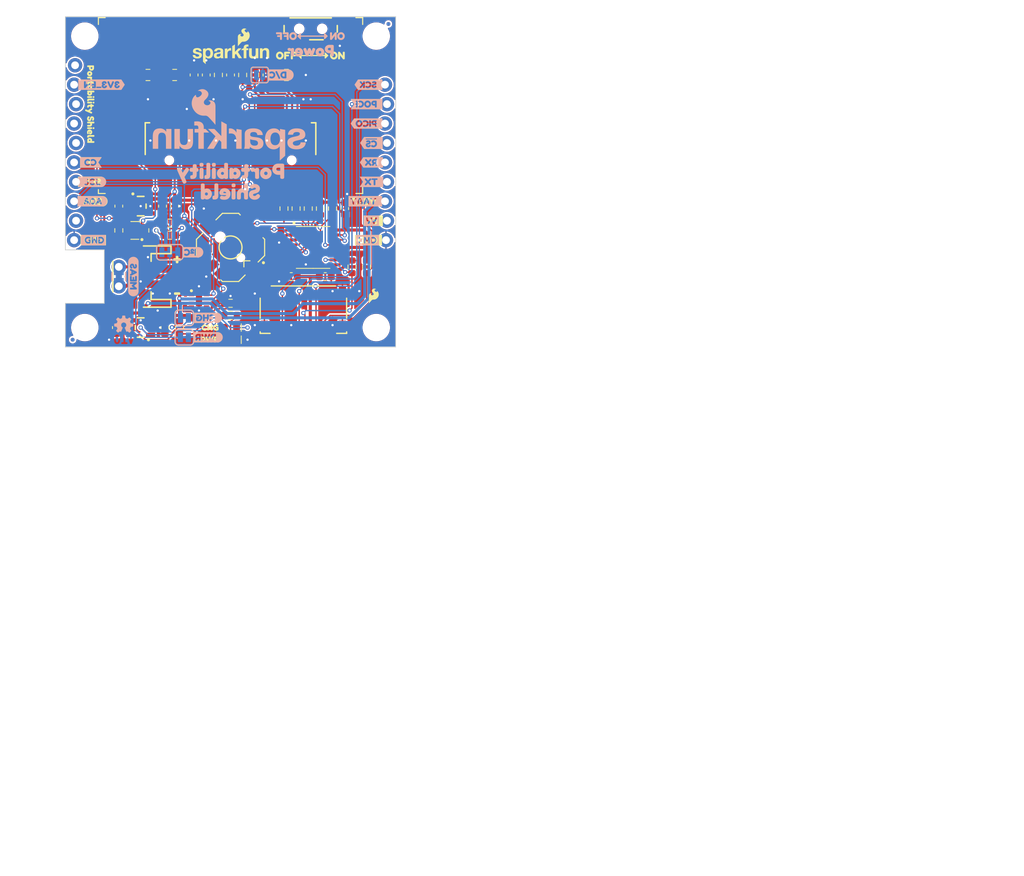
<source format=kicad_pcb>
(kicad_pcb (version 20240108) (generator "pcbnew") (generator_version "8.0")
  (title_block (title "SparkFun Portability Shield") (date "2024-09-25") (comment 1 "Designed by: N. Seidle"))
  (layers (0 "F.Cu" signal) (31 "B.Cu" jumper) (34 "B.Paste" user) (35 "F.Paste" user) (36 "B.SilkS" user "B.Silkscreen") (37 "F.SilkS" user "F.Silkscreen") (38 "B.Mask" user) (39 "F.Mask" user) (44 "Edge.Cuts" user))
  (net 0 "")
  (net 1 "GND")
  (net 2 "VBATT")
  (net 3 "3.3V_P")
  (net 4 "SD_CD")
  (net 5 "5V")
  (net 6 "Net-(D1-A)")
  (net 7 "Net-(U5-C1P)")
  (net 8 "Net-(U5-C1N)")
  (net 9 "Net-(U5-VCOMH)")
  (net 10 "SCL")
  (net 11 "SDA")
  (net 12 "3V3_EN")
  (net 13 "Net-(U5-C2N)")
  (net 14 "Net-(D1-K)")
  (net 19 "Net-(JP1-A)")
  (net 20 "Net-(U5-C2P)")
  (net 21 "Net-(U3-PROG)")
  (net 22 "Net-(U5-VCC)")
  (net 24 "Net-(JP2-B)")
  (net 25 "Net-(U5-IREF)")
  (net 26 "SHLD_~{CS}")
  (net 27 "SHLD_SCK")
  (net 28 "SHLD_POCI")
  (net 29 "SHLD_PICO")
  (net 30 "OLED_~{RESET}")
  (net 31 "SW_Down")
  (net 32 "SW_Up")
  (net 33 "SW_Right")
  (net 34 "SW_Left")
  (net 35 "SW_Center")
  (net 36 "GPIO_~{INT}")
  (net 41 "Net-(D3-A)")
  (net 42 "Net-(JP3-A)")
  (net 44 "Net-(JP4-B)")
  (net 45 "Net-(JP4-A)")
  (net 46 "Net-(U7-~{ON})")
  (net 47 "Net-(J3-+)")
  (footprint "kibuzzard-66F083B5" (layer "F.Cu") (at 154.129893 116.499038)
    (property "Reference" "kibuzzard-66F083B5" (hide yes))
    (property "Value" "G***" (hide yes))
  )
  (footprint "SparkFun-Semiconductor-Standard:SOT-583-8" (layer "F.Cu") (at 144.4625 102.235 180)
    (property "Reference" "U7")
    (property "Value" "LM66200")
  )
  (footprint "kibuzzard-66F080CC" (layer "F.Cu") (at 175.514 100.965)
    (property "Reference" "kibuzzard-66F080CC" (hide yes))
    (property "Value" "G***" (hide yes))
  )
  (footprint "kibuzzard-67140B31" (layer "F.Cu") (at 164.1475 79.375)
    (property "Reference" "kibuzzard-67140B31" (hide yes))
    (property "Value" "G***" (hide yes))
  )
  (footprint "SparkFun-Aesthetic:Fiducial_0.5mm_Mask1mm" (layer "F.Cu") (at 136.2075 116.5225 90)
    (property "Reference" "FID3")
    (property "Value" "Fiducial_0.5mm")
  )
  (footprint "SparkFun-Resistor:R_0603_1608Metric" (layer "F.Cu") (at 156.845 111.76 180)
    (property "Reference" "R3")
    (property "Value" "2.0k")
  )
  (footprint "SparkFun-Capacitor:C_0603_1608Metric" (layer "F.Cu") (at 141.9225 114.935 -90)
    (property "Reference" "C5")
    (property "Value" "4.7uF")
  )
  (footprint "SparkFun-Resistor:R_0603_1608Metric" (layer "F.Cu") (at 165.4175 99.3775 90)
    (property "Reference" "R8")
    (property "Value" "10k")
  )
  (footprint "SparkFun-Connector:microSD_Friction_Fit_Common" (layer "F.Cu") (at 166.37 112.395)
    (property "Reference" "J1")
    (property "Value" "microSD_Friction")
  )
  (footprint "SparkFun-Hardware:Standoff" (layer "F.Cu") (at 175.895 76.835 90)
    (property "Reference" "ST2")
    (property "Value" "Standoff")
  )
  (footprint "SparkFun-LED:LED_0603_1608Metric_Red" (layer "F.Cu") (at 156.845 116.5225 180)
    (property "Reference" "D3")
    (property "Value" "Red")
  )
  (footprint "SparkFun-Connector:JST_SMD_2.0mm-2" (layer "F.Cu") (at 144.4625 108.2675 90)
    (property "Reference" "J3")
    (property "Value" "JST_2mm_LiPo")
  )
  (footprint "kibuzzard-67140B1C" (layer "F.Cu") (at 170.815 79.375)
    (property "Reference" "kibuzzard-67140B1C" (hide yes))
    (property "Value" "G***" (hide yes))
  )
  (footprint "SparkFun-Capacitor:C_0805_2012Metric" (layer "F.Cu") (at 164.1475 81.915)
    (property "Reference" "C15")
    (property "Value" "2.2uF")
  )
  (footprint "SparkFun-Resistor:R_0603_1608Metric" (layer "F.Cu") (at 174.625 106.9975 -90)
    (property "Reference" "R5")
    (property "Value" "10k")
  )
  (footprint "kibuzzard-66F0833D" (layer "F.Cu") (at 149.86 110.49)
    (property "Reference" "kibuzzard-66F0833D" (hide yes))
    (property "Value" "G***" (hide yes))
  )
  (footprint "kibuzzard-66F080F8" (layer "F.Cu") (at 138.83672 98.425)
    (property "Reference" "kibuzzard-66F080F8" (hide yes))
    (property "Value" "G***" (hide yes))
  )
  (footprint "SparkFun-Resistor:R_0603_1608Metric" (layer "F.Cu") (at 158.4325 81.915 -90)
    (property "Reference" "R2")
    (property "Value" "10k")
  )
  (footprint "kibuzzard-66F080D6" (layer "F.Cu") (at 174.879 103.505)
    (property "Reference" "kibuzzard-66F080D6" (hide yes))
    (property "Value" "G***" (hide yes))
  )
  (footprint "kibuzzard-66F080E9" (layer "F.Cu") (at 138.70972 95.885)
    (property "Reference" "kibuzzard-66F080E9" (hide yes))
    (property "Value" "G***" (hide yes))
  )
  (footprint "SparkFun-LED:LED_0603_1608Metric_Yellow" (layer "F.Cu") (at 156.845 114.935 180)
    (property "Reference" "D1")
    (property "Value" "Yellow")
  )
  (footprint "SparkFun-Resistor:R_0603_1608Metric" (layer "F.Cu") (at 150.1775 114.935 90)
    (property "Reference" "R4")
    (property "Value" "1k")
  )
  (footprint "SparkFun-Semiconductor-Standard:TSSOP-16_4.4x5mm_P0.65mm" (layer "F.Cu") (at 167.64 104.4575)
    (property "Reference" "U4")
    (property "Value" "PCA9554PW")
  )
  (footprint "SparkFun-Capacitor:C_0603_1608Metric" (layer "F.Cu") (at 164.7825 108.2675 180)
    (property "Reference" "C2")
    (property "Value" "0.1uF")
  )
  (footprint "SparkFun-Switch:Slide_SPST_SMD_6.7x2.6mm" (layer "F.Cu") (at 167.3225 75.8825)
    (property "Reference" "SW1")
    (property "Value" "SPDT_Slide_SMD_6.7x2.6mm")
  )
  (footprint "SparkFun-Resistor:R_0603_1608Metric" (layer "F.Cu") (at 146.685 102.235 90)
    (property "Reference" "R17")
    (property "Value" "100k")
  )
  (footprint "SparkFun-Aesthetic:Fiducial_0.5mm_Mask1mm" (layer "F.Cu") (at 177.4825 75.2475 90)
    (property "Reference" "FID4")
    (property "Value" "Fiducial_0.5mm")
  )
  (footprint "SparkFun-Resistor:R_0603_1608Metric" (layer "F.Cu") (at 142.24 102.235 90)
    (property "Reference" "R13")
    (property "Value" "100k")
  )
  (footprint "kibuzzard-673B98BA" (layer "F.Cu") (at 174.46625 98.425)
    (property "Reference" "kibuzzard-673B98BA" (hide yes))
    (property "Value" "G***" (hide yes))
  )
  (footprint "SparkFun-Resistor:R_0603_1608Metric" (layer "F.Cu") (at 170.18 99.3775 90)
    (property "Reference" "R12")
    (property "Value" "10k")
  )
  (footprint "SparkFun-Switch:Navigation_SMD_7.5x7.5mm" (layer "F.Cu") (at 156.845 104.4575)
    (property "Reference" "SW2")
    (property "Value" "Nav Switch")
  )
  (footprint "SparkFun-Semiconductor-Standard:SOT23-5" (layer "F.Cu") (at 145.0975 99.06)
    (property "Reference" "U1")
    (property "Value" "AP2112K-3.3")
  )
  (footprint "SparkFun-Aesthetic:SparkFun_Flame_2mm" (layer "F.Cu") (at 175.5775 110.8075)
    (property "Reference" "G***" (hide yes))
    (property "Value" "Flame" (hide yes))
  )
  (footprint "kibuzzard-66F4A59B" (layer "F.Cu") (at 138.58875 93.345)
    (property "Reference" "kibuzzard-66F4A59B" (hide yes))
    (property "Value" "G***" (hide yes))
  )
  (footprint "SparkFun-Resistor:R_0603_1608Metric" (layer "F.Cu") (at 155.2575 81.915 90)
    (property "Reference" "R1")
    (property "Value" "10k")
  )
  (footprint "SparkFun-Hardware:Standoff" (layer "F.Cu") (at 137.795 76.835 90)
    (property "Reference" "ST1")
    (property "Value" "Standoff")
  )
  (footprint "SparkFun-Semiconductor-Standard:SOT23-5" (layer "F.Cu") (at 145.0975 114.935 180)
    (property "Reference" "U3")
    (property "Value" "MCP73831")
  )
  (footprint "SparkFun-Semiconductor-Standard:DFN-8" (layer "F.Cu") (at 152.7175 111.4425)
    (property "Reference" "U2")
    (property "Value" "MAX17048")
  )
  (footprint "SparkFun-Capacitor:C_0603_1608Metric" (layer "F.Cu") (at 148.2725 114.935 -90)
    (property "Reference" "C4")
    (property "Value" "4.7uF")
  )
  (footprint "SparkFun-Resistor:R_0603_1608Metric" (layer "F.Cu") (at 156.845 113.3475)
    (property "Reference" "R14")
    (property "Value" "1k")
  )
  (footprint "SparkFun-Capacitor:C_0603_1608Metric" (layer "F.Cu") (at 152.0825 81.915 90)
    (property "Reference" "C8")
    (property "Value" "1.0uF")
  )
  (footprint "SparkFun-Capacitor:C_0603_1608Metric" (layer "F.Cu") (at 147.955 99.06 -90)
    (property "Reference" "C10")
    (property "Value" "10uF")
  )
  (footprint "kibuzzard-66F08337" (layer "F.Cu") (at 149.86 106.045)
    (property "Reference" "kibuzzard-66F08337" (hide yes))
    (property "Value" "G***" (hide yes))
  )
  (footprint "SparkFun-Capacitor:C_0603_1608Metric" (layer "F.Cu") (at 153.67 81.915 90)
    (property "Reference" "C7")
    (property "Value" "1.0uF")
  )
  (footprint "SparkFun-Resistor:R_0603_1608Metric" (layer "F.Cu") (at 160.02 81.915 90)
    (property "Reference" "R7")
    (property "Value" "390k")
  )
  (footprint "SparkFun-Capacitor:C_0603_1608Metric" (layer "F.Cu") (at 171.7675 99.3775 90)
    (property "Reference" "C13")
    (property "Value" "0.1uF")
  )
  (footprint "kibuzzard-66F083BA" (layer "F.Cu") (at 154.178 114.935)
    (property "Reference" "kibuzzard-66F083BA" (hide yes))
    (property "Value" "G***" (hide yes))
  )
  (footprint "SparkFun-Capacitor:C_0603_1608Metric" (layer "F.Cu") (at 161.6075 81.915 90)
    (property "Reference" "C12")
    (property "Value" "4.7uF")
  )
  (footprint "SparkFun-Resistor:R_0603_1608Metric" (layer "F.Cu") (at 168.5925 99.3775 90)
    (property "Reference" "R11")
    (property "Value" "10k")
  )
  (footprint "SparkFun-Capacitor:C_0603_1608Metric" (layer "F.Cu") (at 142.24 99.06 -90)
    (property "Reference" "C9")
    (property "Value" "0.1uF")
  )
  (footprint "SparkFun-Capacitor:C_0603_1608Metric" (layer "F.Cu") (at 156.845 81.915 90)
    (property "Reference" "C6")
    (property "Value" "1.0uF")
  )
  (footprint "SparkFun-Resistor:R_0603_1608Metric" (layer "F.Cu") (at 148.9075 102.87)
    (property "Reference" "R15")
    (property "Value" "2.2k")
  )
  (footprint "SparkFun-Connector:1x09_Locking" (layer "F.Cu") (at 177.165 103.505 90)
    (property "Reference" "J4")
    (property "Value" "1x09")
  )
  (footprint "SparkFun-Resistor:R_0603_1608Metric" (layer "F.Cu") (at 148.9075 101.2825)
    (property "Reference" "R16")
    (property "Value" "2.2k")
  )
  (footprint "SparkFun-Capacitor:C_0805_2012Metric" (layer "F.Cu") (at 146.05 81.915)
    (property "Reference" "C14")
    (property "Value" "1.0uF")
  )
  (footprint "SparkFun-Resistor:R_0603_1608Metric" (layer "F.Cu") (at 172.72 106.9975 90)
    (property "Reference" "R6")
    (property "Value" "10k")
  )
  (footprint "SparkFun-Display:OLED-1.3-128X64-Folded" (layer "F.Cu") (at 156.845 87.3125)
    (property "Reference" "U5")
    (property "Value" "OLED_1.3\"")
  )
  (footprint "kibuzzard-66F083A9" (layer "F.Cu") (at 138.43 85.725 -90)
    (property "Reference" "kibuzzard-66F083A9" (hide yes))
    (property "Value" "G***" (hide yes))
  )
  (footprint "SparkFun-Capacitor:C_0603_1608Metric" (layer "F.Cu") (at 169.2275 108.2675)
    (property "Reference" "C1")
    (property "Value" "10uF")
  )
  (footprint "kibuzzard-673B9961" (layer "F.Cu") (at 138.90625 103.505)
    (property "Reference" "kibuzzard-673B9961" (hide yes))
    (property "Value" "G***" (hide yes))
  )
  (footprint "SparkFun-Aesthetic:SparkFun_Logo_10mm" (layer "F.Cu") (at 156.845 79.0575)
    (property "Reference" "G***" (hide yes))
    (property "Value" "LOGO" (hide yes))
  )
  (footprint "SparkFun-Capacitor:C_0603_1608Metric" (layer "F.Cu") (at 152.7175 113.665)
    (property "Reference" "C3")
    (property "Value" "0.1uF")
  )
  (footprint "SparkFun-Aesthetic:Creative_Commons_License" (layer "F.Cu") (at 213.6775 163.83)
    (property "Reference" "G1" (hide yes))
    (property "Value" "OSHW_Logo" (hide yes))
  )
  (footprint "SparkFun-Capacitor:C_0603_1608Metric" (layer "F.Cu") (at 149.5425 99.06 -90)
    (property "Reference" "C16")
    (property "Value" "0.1uF")
  )
  (footprint "SparkFun-Resistor:R_0603_1608Metric" (layer "F.Cu") (at 167.005 99.3775 90)
    (property "Reference" "R10")
    (property "Value" "10k")
  )
  (footprint "SparkFun-Hardware:Standoff" (layer "F.Cu") (at 137.795 114.935 90)
    (property "Reference" "ST3")
    (property "Value" "Standoff")
  )
  (footprint "SparkFun-Capacitor:C_0805_2012Metric" (layer "F.Cu") (at 149.5425 81.915)
    (property "Reference" "C11")
    (property "Value" "1.0uF")
  )
  (footprint "SparkFun-Resistor:R_0603_1608Metric" (layer "F.Cu") (at 163.83 99.3775 90)
    (property "Reference" "R9")
    (property "Value" "10k")
  )
  (footprint "SparkFun-Connector:1x10_Locking" (layer "F.Cu") (at 136.525 80.645 -90)
    (property "Reference" "J2")
    (property "Value" "1x10")
  )
  (footprint "SparkFun-Hardware:Standoff" (layer "F.Cu") (at 175.895 114.935 90)
    (property "Reference" "ST4")
    (property "Value" "Standoff")
  )
  (footprint "kibuzzard-66F08598" (layer "B.Cu") (at 175.26 95.885 180)
    (property "Reference" "kibuzzard-66F08598" (hide yes))
    (property "Value" "G***" (hide yes))
  )
  (footprint "SparkFun-Jumper:Jumper_3_NC-2_Trace" (layer "B.Cu") (at 148.9075 105.0925 180)
    (property "Reference" "JP4")
    (property "Value" "I²C")
  )
  (footprint "kibuzzard-66F08591" (layer "B.Cu") (at 175.26 90.805 180)
    (property "Reference" "kibuzzard-66F08591" (hide yes))
    (property "Value" "G***" (hide yes))
  )
  (footprint "kibuzzard-66F085B1" (layer "B.Cu") (at 139.97972 83.185 180)
    (property "Reference" "kibuzzard-66F085B1" (hide yes))
    (property "Value" "G***" (hide yes))
  )
  (footprint "kibuzzard-66F4A593" (layer "B.Cu") (at 138.58875 93.345 180)
    (property "Reference" "kibuzzard-66F4A593" (hide yes))
    (property "Value" "G***" (hide yes))
  )
  (footprint "SparkFun-Jumper:Jumper_2_PTH_SMD_Combo-NC" (layer "B.Cu") (at 142.24 108.2675 90)
    (property "Reference" "JP5")
    (property "Value" "MEAS")
  )
  (footprint "kibuzzard-67140B1C" (layer "B.Cu") (at 170.815 76.835 180)
    (property "Reference" "kibuzzard-67140B1C" (hide yes))
    (property "Value" "G***" (hide yes))
  )
  (footprint "kibuzzard-66F37954" (layer "B.Cu") (at 151.92375 105.0925 180)
    (property "Reference" "kibuzzard-66F37954" (hide yes))
    (property "Value" "G***" (hide yes))
  )
  (footprint "kibuzzard-673B9979" (layer "B.Cu") (at 138.90625 103.505 180)
    (property "Reference" "kibuzzard-673B9979" (hide yes))
    (property "Value" "G***" (hide yes))
  )
  (footprint "kibuzzard-66F08589" (layer "B.Cu") (at 174.625 88.265 180)
    (property "Reference" "kibuzzard-66F08589" (hide yes))
    (property "Value" "G***" (hide yes))
  )
  (footprint "kibuzzard-66F0824D" (layer "B.Cu") (at 156.845 97.155 180)
    (property "Reference" "kibuzzard-66F0824D" (hide yes))
    (property "Value" "G***" (hide yes))
  )
  (footprint "SparkFun-Aesthetic:Fiducial_0.5mm_Mask1mm" (layer "B.Cu") (at 136.2075 116.5225 -90)
    (property "Reference" "FID2")
    (property "Value" "Fiducial_0.5mm")
  )
  (footprint "SparkFun-Jumper:Jumper_2_NC_Trace" (layer "B.Cu") (at 150.8125 113.665 180)
    (property "Reference" "JP1")
    (property "Value" "CHG")
  )
  (footprint "kibuzzard-66F08559" (layer "B.Cu") (at 174.879 83.185 180)
    (property "Reference" "kibuzzard-66F08559" (hide yes))
    (property "Value" "G***" (hide yes))
  )
  (footprint "kibuzzard-66F08248" (layer "B.Cu") (at 156.845 94.77375 180)
    (property "Reference" "kibuzzard-66F08248" (hide yes))
    (property "Value" "G***" (hide yes))
  )
  (footprint "SparkFun-Aesthetic:Fiducial_0.5mm_Mask1mm" (layer "B.Cu") (at 177.4825 75.2475 -90)
    (property "Reference" "FID1")
    (property "Value" "Fiducial_0.5mm")
  )
  (footprint "SparkFun-Aesthetic:SparkFun_Logo_20mm" (layer "B.Cu") (at 157.00375 90.17 180)
    (property "Reference" "G***" (hide yes))
    (property "Value" "LOGO" (hide yes))
  )
  (footprint "kibuzzard-66F0B764" (layer "B.Cu") (at 163.4 81.915 180)
    (property "Reference" "kibuzzard-66F0B764" (hide yes))
    (property "Value" "G***" (hide yes))
  )
  (footprint "kibuzzard-66F0B716" (layer "B.Cu") (at 153.924 113.665 180)
    (property "Reference" "kibuzzard-66F0B716" (hide yes))
    (property "Value" "G***" (hide yes))
  )
  (footprint "kibuzzard-66CB37A9" (layer "B.Cu") (at 174.752 103.505 180)
    (property "Reference" "kibuzzard-66CB37A9" (hide yes))
    (property "Value" "G***" (hide yes))
  )
  (footprint "SparkFun-Aesthetic:OSHW_Logo_2.5mm" (layer "B.Cu") (at 142.875 114.6175 180)
    (property "Reference" "Ref**" (hide yes))
    (property "Value" "Val**" (hide yes))
  )
  (footprint "kibuzzard-673B9939" (layer "B.Cu") (at 174.46625 98.425 180)
    (property "Reference" "kibuzzard-673B9939" (hide yes))
    (property "Value" "G***" (hide yes))
  )
  (footprint "kibuzzard-66F08463" (layer "B.Cu") (at 138.77322 95.885 180)
    (property "Reference" "kibuzzard-66F08463" (hide yes))
    (property "Value" "G***" (hide yes))
  )
  (footprint "SparkFun-Jumper:Jumper_2_NC_Trace" (layer "B.Cu") (at 150.8125 116.205 180)
    (property "Reference" "JP3")
    (property "Value" "PWR")
  )
  (footprint "SparkFun-Jumper:Jumper_2_NO" (layer "B.Cu") (at 160.655 81.915 180)
    (property "Reference" "JP2")
    (property "Value" "D/C")
  )
  (footprint "kibuzzard-66F08561" (layer "B.Cu") (at 174.625 85.725 180)
    (property "Reference" "kibuzzard-66F08561" (hide yes))
    (property "Value" "G***" (hide yes))
  )
  (footprint "kibuzzard-67140B31" (layer "B.Cu") (at 164.1475 76.835 180)
    (property "Reference" "kibuzzard-67140B31" (hide yes))
    (property "Value" "G***" (hide yes))
  )
  (footprint "kibuzzard-673B999B" (layer "B.Cu") (at 144.145 108.2675 90)
    (property "Reference" "kibuzzard-673B999B" (hide yes))
    (property "Value" "G***" (hide yes))
  )
  (footprint "kibuzzard-67140CF9" (layer "B.Cu") (at 167.3225 78.74 180)
    (property "Reference" "kibuzzard-67140CF9" (hide yes))
    (property "Value" "G***" (hide yes))
  )
  (footprint "kibuzzard-66CAA9A5" (layer "B.Cu") (at 175.26 100.965 180)
    (property "Reference" "kibuzzard-66CAA9A5" (hide yes))
    (property "Value" "G***" (hide yes))
  )
  (footprint "kibuzzard-66F0844F" (layer "B.Cu") (at 138.77322 98.425 180)
    (property "Reference" "kibuzzard-66F0844F" (hide yes))
    (property "Value" "G***" (hide yes))
  )
  (footprint "kibuzzard-66F0853A" (layer "B.Cu") (at 175.26 93.345 180)
    (property "Reference" "kibuzzard-66F0853A" (hide yes))
    (property "Value" "G***" (hide yes))
  )
  (footprint "kibuzzard-66F0B700" (layer "B.Cu") (at 153.924 116.205 180)
    (property "Reference" "kibuzzard-66F0B700" (hide yes))
    (property "Value" "G***" (hide yes))
  )
  (gr_line (start 169.145142 76.835) (end 165.970142 76.835) (stroke (width 0.15)) (layer "B.SilkS"))
  (gr_poly (pts (xy 165.970142 76.5175) (xy 165.652642 76.835) (xy 165.970142 77.1525)) (stroke (width 0.15)) (fill solid) (layer "B.SilkS"))
  (gr_poly (pts (xy 169.462642 76.835) (xy 169.145142 76.5175) (xy 169.145142 77.1525)) (stroke (width 0.15)) (fill solid) (layer "B.SilkS"))
  (gr_line (start 174.117 96.52) (end 174.117 97.409) (stroke (width 0.15)) (layer "F.SilkS"))
  (gr_line (start 174.117 74.422) (end 174.117 75.311) (stroke (width 0.15)) (layer "F.SilkS"))
  (gr_line (start 140.462 97.409) (end 139.573 97.409) (stroke (width 0.15)) (layer "F.SilkS"))
  (gr_line (start 173.228 74.422) (end 174.117 74.422) (stroke (width 0.15)) (layer "F.SilkS"))
  (gr_line (start 174.117 97.409) (end 173.228 97.409) (stroke (width 0.15)) (layer "F.SilkS"))
  (gr_line (start 139.573 74.422) (end 140.462 74.422) (stroke (width 0.15)) (layer "F.SilkS"))
  (gr_line (start 139.573 97.409) (end 139.573 96.901) (stroke (width 0.15)) (layer "F.SilkS"))
  (gr_line (start 166.0525 79.375) (end 169.2275 79.375) (stroke (width 0.15)) (layer "F.SilkS"))
  (gr_line (start 139.573 75.311) (end 139.573 74.422) (stroke (width 0.15)) (layer "F.SilkS"))
  (gr_poly (pts (xy 165.735 79.375) (xy 166.0525 79.0575) (xy 166.0525 79.6925)) (stroke (width 0.15)) (fill solid) (layer "F.SilkS"))
  (gr_poly (pts (xy 169.2275 79.0575) (xy 169.545 79.375) (xy 169.2275 79.6925)) (stroke (width 0.15)) (fill solid) (layer "F.SilkS"))
  (gr_line (start 140.335 104.775) (end 135.255 104.775) (stroke (width 0.1)) (layer "Edge.Cuts"))
  (gr_line (start 140.335 111.76) (end 140.335 104.775) (stroke (width 0.1)) (layer "Edge.Cuts"))
  (gr_line (start 135.255 74.295) (end 178.435 74.295) (stroke (width 0.1)) (layer "Edge.Cuts"))
  (gr_line (start 135.255 104.775) (end 135.255 74.295) (stroke (width 0.1)) (layer "Edge.Cuts"))
  (gr_line (start 135.255 111.76) (end 140.335 111.76) (stroke (width 0.1)) (layer "Edge.Cuts"))
  (gr_line (start 178.435 117.475) (end 135.255 117.475) (stroke (width 0.1)) (layer "Edge.Cuts"))
  (gr_line (start 178.435 74.295) (end 178.435 117.475) (stroke (width 0.1)) (layer "Edge.Cuts"))
  (gr_line (start 135.255 117.475) (end 135.255 111.76) (stroke (width 0.1)) (layer "Edge.Cuts"))
  (gr_text "v10" (at 142.875 116.5225 0) (layer "B.Cu" knockout) (effects (font (size 1 1) (thickness 0.25) (bold yes)) (justify mirror)))
  (segment (start 152.7175 111.4425) (end 152.7175 109.5375) (width 0.4064) (layer "F.Cu") (net 1))
  (segment (start 154.783888 112.0775) (end 155.7025 112.0775) (width 0.254) (layer "F.Cu") (net 1))
  (segment (start 146.3976 114.935) (end 147.6375 114.935) (width 0.4064) (layer "F.Cu") (net 1))
  (segment (start 148.2725 115.57) (end 147.6375 114.935) (width 0.4064) (layer "F.Cu") (net 1))
  (segment (start 154.398888 111.6925) (end 154.783888 112.0775) (width 0.254) (layer "F.Cu") (net 1))
  (segment (start 152.9675 111.6925) (end 152.7175 111.4425) (width 0.254) (layer "F.Cu") (net 1))
  (segment (start 153.7075 111.6925) (end 154.398888 111.6925) (width 0.254) (layer "F.Cu") (net 1))
  (segment (start 148.2725 115.71) (end 148.2725 115.57) (width 0.4064) (layer "F.Cu") (net 1))
  (segment (start 155.7025 112.0775) (end 156.02 111.76) (width 0.254) (layer "F.Cu") (net 1))
  (segment (start 152.7175 111.4425) (end 152.7175 112.7125) (width 0.4064) (layer "F.Cu") (net 1))
  (segment (start 153.7075 111.6925) (end 152.9675 111.6925) (width 0.254) (layer "F.Cu") (net 1))
  (via (at 172.085 97.4725) (size 0.56) (drill 0.3) (layers "F.Cu" "B.Cu") (net 1))
  (via (at 148.9075 110.49) (size 0.56) (drill 0.3) (layers "F.Cu" "B.Cu") (net 1))
  (via (at 166.37 85.09) (size 0.56) (drill 0.3) (layers "F.Cu" "B.Cu") (net 1))
  (via (at 166.6875 106.68) (size 0.56) (drill 0.3) (layers "F.Cu" "B.Cu") (net 1))
  (via (at 173.6725 110.1725) (size 0.56) (drill 0.3) (layers "F.Cu" "B.Cu") (net 1))
  (via (at 152.0825 80.01) (size 0.56) (drill 0.3) (layers "F.Cu" "B.Cu") (net 1))
  (via (at 157.48 90.4875) (size 0.56) (drill 0.3) (layers "F.Cu" "B.Cu") (net 1))
  (via (at 161.6075 79.6925) (size 0.56) (drill 0.3) (layers "F.Cu" "B.Cu") (net 1))
  (via (at 163.195 103.8225) (size 0.56) (drill 0.3) (layers "F.Cu" "B.Cu") (net 1))
  (via (at 151.4475 90.4875) (size 0.56) (drill 0.3) (layers "F.Cu" "B.Cu") (net 1))
  (via (at 145.0975 99.06) (size 0.56) (drill 0.3) (layers "F.Cu" "B.Cu") (net 1))
  (via (at 146.3675 99.06) (size 0.56) (drill 0.3) (layers "F.Cu" "B.Cu") (net 1))
  (via (at 151.13 86.36) (size 0.56) (drill 0.3) (layers "F.Cu" "B.Cu") (net 1))
  (via (at 163.5125 90.4875) (size 0.56) (drill 0.3) (layers "F.Cu" "B.Cu") (net 1))
  (via (at 154.6225 85.09) (size 0.56) (drill 0.3) (layers "F.Cu" "B.Cu") (net 1))
  (via (at 160.02 114.6175) (size 0.56) (drill 0.3) (layers "F.Cu" "B.Cu") (net 1))
  (via (at 146.685 110.49) (size 0.56) (drill 0.3) (layers "F.Cu" "B.Cu") (net 1))
  (via (at 152.7175 109.5375) (size 0.56) (drill 0.3) (layers "F.Cu" "B.Cu") (net 1))
  (via (at 158.4325 85.09) (size 0.56) (drill 0.3) (layers "F.Cu" "B.Cu") (net 1))
  (via (at 156.845 110.8075) (size 0.56) (drill 0.3) (layers "F.Cu" "B.Cu") (net 1))
  (via (at 153.3525 99.3775) (size 0.56) (drill 0.3) (layers "F.Cu" "B.Cu") (net 1))
  (via (at 161.6075 90.4875) (size 0.56) (drill 0.3) (layers "F.Cu" "B.Cu") (net 1))
  (via (at 159.0675 116.5225) (size 0.56) (drill 0.3) (layers "F.Cu" "B.Cu") (net 1))
  (via (at 164.7825 114.6175) (size 0.56) (drill 0.3) (layers "F.Cu" "B.Cu") (net 1))
  (via (at 145.0975 108.9025) (size 0.56) (drill 0.3) (layers "F.Cu" "B.Cu") (net 1))
  (via (at 166.6875 90.4875) (size 0.56) (drill 0.3) (layers "F.Cu" "B.Cu") (net 1))
  (via (at 160.02 79.6925) (size 0.56) (drill 0.3) (layers "F.Cu" "B.Cu") (net 1))
  (via (at 147.32 112.7125) (size 0.56) (drill 0.3) (layers "F.Cu" "B.Cu") (net 1))
  (via (at 150.1775 99.06) (size 0.56) (drill 0.3) (layers "F.Cu" "B.Cu") (net 1))
  (via (at 146.3675 90.4875) (size 0.56) (drill 0.3) (layers "F.Cu" "B.Cu") (net 1))
  (via (at 152.7175 112.7125) (size 0.56) (drill 0.3) (layers "F.Cu" "B.Cu") (net 1))
  (via (at 166.6875 81.915) (size 0.56) (drill 0.3) (layers "F.Cu" "B.Cu") (net 1))
  (via (at 140.97 116.5225) (size 0.56) (drill 0.3) (layers "F.Cu" "B.Cu") (net 1))
  (via (at 147.6375 114.935) (size 0.56) (drill 0.3) (layers "F.Cu" "B.Cu") (net 1))
  (via (at 146.05 105.7275) (size 0.56) (drill 0.3) (layers "F.Cu" "B.Cu") (net 1))
  (via (at 163.195 108.9025) (size 0.56) (drill 0.3) (layers "F.Cu" "B.Cu") (net 1))
  (via (at 153.67 80.01) (size 0.56) (drill 0.3) (layers "F.Cu" "B.Cu") (net 1))
  (via (at 154.94 90.4875) (size 0.56) (drill 0.3) (layers "F.Cu" "B.Cu") (net 1))
  (via (at 146.05 85.09) (size 0.56) (drill 0.3) (layers "F.Cu" "B.Cu") (net 1))
  (via (at 170.18 110.1725) (size 0.56) (drill 0.3) (layers "F.Cu" "B.Cu") (net 1))
  (via (at 170.18 114.6175) (size 0.56) (drill 0.3) (layers "F.Cu" "B.Cu") (net 1))
  (via (at 153.67 108.2675) (size 0.56) (drill 0.3) (layers "F.Cu" "B.Cu") (net 1))
  (via (at 171.1325 78.105) (size 0.56) (drill 0.3) (layers "F.Cu" "B.Cu") (net 1))
  (via (at 160.02 110.49) (size 0.56) (drill 0.3) (layers "F.Cu" "B.Cu") (net 1))
  (via (at 145.0975 113.9825) (size 0.56) (drill 0.3) (layers "F.Cu" "B.Cu") (net 1))
  (via (at 167.3225 85.09) (size 0.56) (drill 0.3) (layers "F.Cu" "B.Cu") (net 1))
  (segment (start 146.685 106.3631) (end 150.7693 106.3631) (width 0.4064) (layer "F.Cu") (net 2))
  (segment (start 148.0975 113.985) (end 148.2725 114.16) (width 0.4064) (layer "F.Cu") (net 2))
  (segment (start 146.3669 106.3631) (end 144.7794 106.3631) (width 0.4064) (layer "F.Cu") (net 2))
  (segment (start 151.13 109.8112) (end 150.1775 110.7637) (width 0.4064) (layer "F.Cu") (net 2))
  (segment (start 150.1775 113.3475) (end 149.085 113.3475) (width 0.4064) (layer "F.Cu") (net 2))
  (segment (start 149.085 113.3475) (end 148.2725 114.16) (width 0.4064) (layer "F.Cu") (net 2))
  (segment (start 151.13 106.7238) (end 151.13 109.8112) (width 0.4064) (layer "F.Cu") (net 2))
  (segment (start 151.7275 111.6925) (end 150.186897 111.6925) (width 0.1778) (layer "F.Cu") (net 2))
  (segment (start 145.2025 101.985) (end 145.8 101.985) (width 0.254) (layer "F.Cu") (net 2))
  (segment (start 150.1775 111.701897) (end 150.1775 113.3475) (width 0.4064) (layer "F.Cu") (net 2))
  (segment (start 150.186897 111.6925) (end 150.1775 111.701897) (width 0.1778) (layer "F.Cu") (net 2))
  (segment (start 146.685 102.87) (end 146.685 103.06) (width 0.254) (layer "F.Cu") (net 2))
  (segment (start 146.3681 106.3631) (end 146.685 106.3631) (width 0.4064) (layer "F.Cu") (net 2))
  (segment (start 144.145 106.9975) (end 142.24 106.9975) (width 0.4064) (layer "F.Cu") (net 2))
  (segment (start 146.685 103.06) (end 146.685 106.3631) (width 0.254) (layer "F.Cu") (net 2))
  (segment (start 150.1775 110.7637) (end 150.1775 111.20757) (width 0.4064) (layer "F.Cu") (net 2))
  (segment (start 145.8 101.985) (end 146.685 102.87) (width 0.254) (layer "F.Cu") (net 2))
  (segment (start 150.19257 111.1925) (end 150.1775 111.20757) (width 0.1778) (layer "F.Cu") (net 2))
  (segment (start 150.1775 113.3475) (end 151.625 113.3475) (width 0.4064) (layer "F.Cu") (net 2))
  (segment (start 146.3976 113.985) (end 148.0975 113.985) (width 0.4064) (layer "F.Cu") (net 2))
  (segment (start 146.3675 106.3625) (end 146.3669 106.3631) (width 0.4064) (layer "F.Cu") (net 2))
  (segment (start 150.1775 111.20757) (end 150.1775 111.701897) (width 0.4064) (layer "F.Cu") (net 2))
  (segment (start 150.7693 106.3631) (end 151.13 106.7238) (width 0.4064) (layer "F.Cu") (net 2))
  (segment (start 146.3675 106.3625) (end 146.3681 106.3631) (width 0.4064) (layer "F.Cu") (net 2))
  (segment (start 151.625 113.3475) (end 151.9425 113.665) (width 0.4064) (layer "F.Cu") (net 2))
  (segment (start 144.7794 106.3631) (end 144.145 106.9975) (width 0.4064) (layer "F.Cu") (net 2))
  (segment (start 151.7275 111.1925) (end 150.19257 111.1925) (width 0.1778) (layer "F.Cu") (net 2))
  (via (at 150.16302 111.1244) (size 0.56) (drill 0.3) (layers "F.Cu" "B.Cu") (net 2))
  (segment (start 155.784568 112.50293) (end 154.482838 111.2012) (width 0.4064) (layer "B.Cu") (net 2))
  (segment (start 166.322044 111.807956) (end 173.402957 111.807956) (width 0.4064) (layer "B.Cu") (net 2))
  (segment (start 173.402957 111.807956) (end 174.3837 110.827213) (width 0.4064) (layer "B.Cu") (net 2))
  (segment (start 165.0232 113.1068) (end 156.388437 113.1068) (width 0.4064) (layer "B.Cu") (net 2))
  (segment (start 166.322044 111.807956) (end 165.0232 113.1068) (width 0.4064) (layer "B.Cu") (net 2))
  (segment (start 154.482838 111.2012) (end 150.23982 111.2012) (width 0.4064) (layer "B.Cu") (net 2))
  (segment (start 156.388437 113.1068) (end 155.784568 112.502931) (width 0.4064) (layer "B.Cu") (net 2))
  (segment (start 150.23982 111.2012) (end 150.16302 111.1244) (width 0.4064) (layer "B.Cu") (net 2))
  (segment (start 174.3837 99.750223) (end 175.708923 98.425) (width 0.4064) (layer "B.Cu") (net 2))
  (segment (start 155.784568 112.502931) (end 155.784568 112.50293) (width 0.4064) (layer "B.Cu") (net 2))
  (segment (start 174.3837 110.827213) (end 174.3837 99.750223) (width 0.4064) (layer "B.Cu") (net 2))
  (segment (start 175.708923 98.425) (end 177.038 98.425) (width 0.4064) (layer "B.Cu") (net 2))
  (segment (start 152.295 88.3125) (end 152.295 84.7725) (width 0.254) (layer "F.Cu") (net 3))
  (segment (start 171.7675 106.852088) (end 171.7675 105.0925) (width 0.4064) (layer "F.Cu") (net 3))
  (segment (start 147.78 98.11) (end 147.955 98.285) (width 0.4064) (layer "F.Cu") (net 3))
  (segment (start 170.18 98.565) (end 171.7675 100.1525) (width 0.4064) (layer "F.Cu") (net 3))
  (segment (start 163.7025 98.425) (end 163.83 98.5525) (width 0.4064) (layer "F.Cu") (net 3))
  (segment (start 171.7675 102.1825) (end 170.5025 102.1825) (width 0.4064) (layer "F.Cu") (net 3))
  (segment (start 152.295 82.9025) (end 152.0825 82.69) (width 0.254) (layer "F.Cu") (net 3))
  (segment (start 174.625 104.4575) (end 174.625 102.5525) (width 0.4064) (layer "F.Cu") (net 3))
  (segment (start 174.625 102.5525) (end 174.255 102.1825) (width 0.4064) (layer "F.Cu") (net 3))
  (segment (start 167.3225 108.2675) (end 167.9575 108.2675) (width 0.4064) (layer "F.Cu") (net 3))
  (segment (start 167.9575 108.2675) (end 168.4525 108.2675) (width 0.4064) (layer "F.Cu") (net 3))
  (segment (start 167.005 98.5525) (end 168.5925 98.5525) (width 0.4064) (layer "F.Cu") (net 3))
  (segment (start 158.115 80.01) (end 158.4325 80.3275) (width 0.254) (layer "F.Cu") (net 3))
  (segment (start 174.625 106.1725) (end 174.625 104.4575) (width 0.4064) (layer "F.Cu") (net 3))
  (segment (start 152.295 84.7725) (end 152.295 82.9025) (width 0.254) (layer "F.Cu") (net 3))
  (segment (start 163.83 98.5525) (end 165.4175 98.5525) (width 0.4064) (layer "F.Cu") (net 3))
  (segment (start 171.7675 105.0925) (end 172.4025 104.4575) (width 0.4064) (layer "F.Cu") (net 3))
  (segment (start 149.5425 97.155) (end 149.5425 95.25) (width 0.254) (layer "F.Cu") (net 3))
  (segment (start 153.67 82.6775) (end 155.2575 81.09) (width 0.254) (layer "F.Cu") (net 3))
  (segment (start 150.195 94.5975) (end 149.5425 95.25) (width 0.254) (layer "F.Cu") (net 3))
  (segment (start 171.304588 107.315) (end 171.7675 106.852088) (width 0.4064) (layer "F.Cu") (net 3))
  (segment (start 150.195 86.3125) (end 150.195 85.0725) (width 0.254) (layer "F.Cu") (net 3))
  (segment (start 149.5425 98.285) (end 149.5425 97.155) (width 0.4064) (layer "F.Cu") (net 3))
  (segment (start 149.5425 98.285) (end 156.3875 98.285) (width 0.4064) (layer "F.Cu") (net 3))
  (segment (start 168.5925 98.5525) (end 170.18 98.5525) (width 0.4064) (layer "F.Cu") (net 3))
  (segment (start 152.0825 82.69) (end 153.67 82.69) (width 0.254) (layer "F.Cu") (net 3))
  (segment (start 146.3976 98.11) (end 147.78 98.11) (width 0.4064) (layer "F.Cu") (net 3))
  (segment (start 153.695 88.3125) (end 153.695 82.715) (width 0.254) (layer "F.Cu") (net 3))
  (segment (start 155.575 80.01) (end 158.115 80.01) (width 0.254) (layer "F.Cu") (net 3))
  (segment (start 155.2575 80.3275) (end 155.575 80.01) (width 0.254) (layer "F.Cu") (net 3))
  (segment (start 153.67 82.69) (end 153.67 82.6775) (width 0.254) (layer "F.Cu") (net 3))
  (segment (start 158.4325 80.3275) (end 158.4325 81.09) (width 0.254) (layer "F.Cu") (net 3))
  (segment (start 150.195 86.3125) (end 150.195 94.5975) (width 0.254) (layer "F.Cu") (net 3))
  (segment (start 167.27 116.37) (end 167.27 108.32) (width 0.4064) (layer "F.Cu") (net 3))
  (segment (start 168.4525 108.2675) (end 168.4525 107.7725) (width 0.4064) (layer "F.Cu") (net 3))
  (segment (start 153.695 82.715) (end 153.67 82.69) (width 0.254) (layer "F.Cu") (net 3))
  (segment (start 156.5275 98.425) (end 163.7025 98.425) (width 0.4064) (layer "F.Cu") (net 3))
  (segment (start 165.4175 98.5525) (end 167.005 98.5525) (width 0.4064) (layer "F.Cu") (net 3))
  (segment (start 168.4525 107.7725) (end 168.91 107.315) (width 0.4064) (layer "F.Cu") (net 3))
  (segment (start 171.7675 100.1525) (end 171.7675 102.1825) (width 0.4064) (layer "F.Cu") (net 3))
  (segment (start 170.18 98.5525) (end 170.18 98.565) (width 0.4064) (layer "F.Cu") (net 3))
  (segment (start 156.3875 98.285) (end 156.5275 98.425) (width 0.4064) (layer "F.Cu") (net 3))
  (segment (start 147.955 98.285) (end 149.5425 98.285) (width 0.4064) (layer "F.Cu") (net 3))
  (segment (start 167.27 108.32) (end 167.3225 108.2675) (width 0.4064) (layer "F.Cu") (net 3))
  (segment (start 150.495 84.7725) (end 152.295 84.7725) (width 0.254) (layer "F.Cu") (net 3))
  (segment (start 155.2575 81.09) (end 155.2575 80.3275) (width 0.254) (layer "F.Cu") (net 3))
  (segment (start 174.255 102.1825) (end 171.7675 102.1825) (width 0.4064) (layer "F.Cu") (net 3))
  (segment (start 172.4025 104.4575) (end 174.625 104.4575) (width 0.4064) (layer "F.Cu") (net 3))
  (segment (start 168.91 107.315) (end 171.304588 107.315) (width 0.4064) (layer "F.Cu") (net 3))
  (segment (start 165.5575 108.2675) (end 167.3225 108.2675) (width 0.4064) (layer "F.Cu") (net 3))
  (segment (start 150.195 85.0725) (end 150.495 84.7725) (width 0.254) (layer "F.Cu") (net 3))
  (via (at 149.5425 97.155) (size 0.56) (drill 0.3) (layers "F.Cu" "B.Cu") (net 3))
  (segment (start 148.9075 105.0925) (end 148.9075 97.79) (width 0.1778) (layer "B.Cu") (net 3))
  (segment (start 150.2918 116.205) (end 145.415 116.205) (width 0.1778) (layer "B.Cu") (net 3))
  (segment (start 148.9075 106.9975) (end 148.9075 105.0925) (width 0.1778) (layer "B.Cu") (net 3))
  (segment (start 144.4625 111.4425) (end 148.9075 106.9975) (width 0.1778) (layer "B.Cu") (net 3))
  (segment (start 144.4625 115.2525) (end 144.4625 111.4425) (width 0.1778) (layer "B.Cu") (net 3))
  (segment (start 145.415 116.205) (end 144.4625 115.2525) (width 0.1778) (layer "B.Cu") (net 3))
  (segment (start 148.9075 97.79) (end 149.5425 97.155) (width 0.1778) (layer "B.Cu") (net 3))
  (segment (start 172.72 107.8225) (end 172.72 112.3823) (width 0.1778) (layer "F.Cu") (net 4))
  (segment (start 166.57 113.23) (end 166.37 113.03) (width 0.1778) (layer "F.Cu") (net 4))
  (segment (start 172.72 112.3823) (end 172.39615 112.70615) (width 0.1778) (layer "F.Cu") (net 4))
  (segment (start 171.826732 107.691732) (end 172.589232 107.691732) (width 0.1778) (layer "F.Cu") (net 4))
  (segment (start 166.57 116.37) (end 166.57 113.23) (width 0.1778) (layer "F.Cu") (net 4))
  (segment (start 169.2275 106.045) (end 169.265 106.0825) (width 0.1778) (layer "F.Cu") (net 4))
  (segment (start 172.589232 107.691732) (end 172.72 107.8225) (width 0.1778) (layer "F.Cu") (net 4))
  (segment (start 170.5025 106.0825) (end 169.265 106.0825) (width 0.1778) (layer "F.Cu") (net 4))
  (via (at 171.826732 107.691732) (size 0.56) (drill 0.3) (layers "F.Cu" "B.Cu") (net 4))
  (via (at 169.265 106.0825) (size 0.56) (drill 0.3) (layers "F.Cu" "B.Cu") (net 4))
  (via (at 172.39615 112.70615) (size 0.56) (drill 0.3) (layers "F.Cu" "B.Cu") (net 4))
  (via (at 166.37 113.03) (size 0.56) (drill 0.3) (layers "F.Cu" "B.Cu") (net 4))
  (segment (start 166.37 113.03) (end 166.6875 112.7125) (width 0.1778) (layer "B.Cu") (net 4))
  (segment (start 170.2175 106.0825) (end 171.826732 107.691732) (width 0.1778) (layer "B.Cu") (net 4))
  (segment (start 166.6875 112.7125) (end 172.4025 112.7125) (width 0.1778) (layer "B.Cu") (net 4))
  (segment (start 169.265 106.0825) (end 170.2175 106.0825) (width 0.1778) (layer "B.Cu") (net 4))
  (segment (start 172.4025 112.7125) (end 172.39615 112.70615) (width 0.1778) (layer "B.Cu") (net 4))
  (segment (start 144.8112 113.03) (end 144.145 113.03) (width 0.4064) (layer "F.Cu") (net 5))
  (segment (start 141.9225 114.16) (end 142.0975 113.985) (width 0.4064) (layer "F.Cu") (net 5))
  (segment (start 143.7225 102.485) (end 142.24 102.485) (width 0.254) (layer "F.Cu") (net 5))
  (segment (start 140.6525 102.5525) (end 140.6525 102.235) (width 0.254) (layer "F.Cu") (net 5))
  (segment (start 144.145 113.03) (end 143.7974 113.3776) (width 0.4064) (layer "F.Cu") (net 5))
  (segment (start 142.0975 113.985) (end 143.7974 113.985) (width 0.4064) (layer "F.Cu") (net 5))
  (segment (start 140.6525 102.235) (end 140.335 101.9175) (width 0.254) (layer "F.Cu") (net 5))
  (segment (start 142.24 102.485) (end 140.72 102.485) (width 0.254) (layer "F.Cu") (net 5))
  (segment (start 140.335 101.9175) (end 140.335 99.3775) (width 0.254) (layer "F.Cu") (net 5))
  (segment (start 143.7974 113.3776) (end 143.7974 113.985) (width 0.4064) (layer "F.Cu") (net 5))
  (segment (start 141.465 114.16) (end 140.6525 113.3475) (width 0.254) (layer "F.Cu") (net 5))
  (segment (start 142.24 98.285) (end 142.415 98.11) (width 0.254) (layer "F.Cu") (net 5))
  (segment (start 140.72 102.485) (end 140.6525 102.5525) (width 0.254) (layer "F.Cu") (net 5))
  (segment (start 143.7974 113.985) (end 144.1425 113.985) (width 0.4064) (layer "F.Cu") (net 5))
  (segment (start 140.6525 113.3475) (end 140.6525 102.5525) (width 0.254) (layer "F.Cu") (net 5))
  (segment (start 142.24 102.485) (end 142.24 103.06) (width 0.254) (layer "F.Cu") (net 5))
  (segment (start 141.4275 98.285) (end 142.24 98.285) (width 0.254) (layer "F.Cu") (net 5))
  (segment (start 141.9225 114.16) (end 141.465 114.16) (width 0.254) (layer "F.Cu") (net 5))
  (segment (start 146.05 111.76) (end 146.05 111.7912) (width 0.4064) (layer "F.Cu") (net 5))
  (segment (start 142.415 98.11) (end 143.7974 98.11) (width 0.254) (layer "F.Cu") (net 5))
  (segment (start 146.05 111.7912) (end 144.8112 113.03) (width 0.4064) (layer "F.Cu") (net 5))
  (segment (start 140.335 99.3775) (end 141.4275 98.285) (width 0.254) (layer "F.Cu") (net 5))
  (segment (start 145.2025 102.485) (end 143.7225 102.485) (width 0.254) (layer "F.Cu") (net 5))
  (via (at 146.05 111.76) (size 0.56) (drill 0.3) (layers "F.Cu" "B.Cu") (net 5))
  (segment (start 175.26 100.965) (end 174.9425 101.2825) (width 0.4064) (layer "B.Cu") (net 5))
  (segment (start 170.1794 113.6656) (end 156.156975 113.6656) (width 0.4064) (layer "B.Cu") (net 5))
  (segment (start 156.156975 113.6656) (end 154.251375 111.76) (width 0.4064) (layer "B.Cu") (net 5))
  (segment (start 174.9425 101.2825) (end 174.9425 111.058675) (width 0.4064) (layer "B.Cu") (net 5))
  (segment (start 150.2918 113.665) (end 150.2918 111.760001) (width 0.4064) (layer "B.Cu") (net 5))
  (segment (start 172.336175 113.665) (end 170.18 113.665) (width 0.4064) (layer "B.Cu") (net 5))
  (segment (start 170.18 113.665) (end 170.1794 113.6656) (width 0.4064) (layer "B.Cu") (net 5))
  (segment (start 174.9425 111.058675) (end 172.336175 113.665) (width 0.4064) (layer "B.Cu") (net 5))
  (segment (start 150.291799 111.76) (end 146.05 111.76) (width 0.4064) (layer "B.Cu") (net 5))
  (segment (start 150.2918 111.760001) (end 150.291799 111.76) (width 0.4064) (layer "B.Cu") (net 5))
  (segment (start 177.292 100.965) (end 175.26 100.965) (width 0.4064) (layer "B.Cu") (net 5))
  (segment (start 154.251375 111.76) (end 150.291799 111.76) (width 0.4064) (layer "B.Cu") (net 5))
  (segment (start 156.0575 114.935) (end 152.7175 114.935) (width 0.1778) (layer "F.Cu") (net 6))
  (segment (start 151.8925 115.76) (end 150.1775 115.76) (width 0.1778) (layer "F.Cu") (net 6))
  (segment (start 152.7175 114.935) (end 151.8925 115.76) (width 0.1778) (layer "F.Cu") (net 6))
  (segment (start 148.795 84.3425) (end 148.795 88.3125) (width 0.254) (layer "F.Cu") (net 7))
  (segment (start 148.5925 84.14) (end 148.795 84.3425) (width 0.254) (layer "F.Cu") (net 7))
  (segment (start 148.5925 81.915) (end 148.5925 84.14) (width 0.254) (layer "F.Cu") (net 7))
  (segment (start 150.4925 83.8225) (end 150.4925 81.915) (width 0.254) (layer "F.Cu") (net 8))
  (segment (start 149.495 88.3125) (end 149.495 84.82) (width 0.254) (layer "F.Cu") (net 8))
  (segment (start 149.495 84.82) (end 150.4925 83.8225) (width 0.254) (layer "F.Cu") (net 8))
  (segment (start 161.6075 84.1375) (end 161.6075 82.69) (width 0.254) (layer "F.Cu") (net 9))
  (segment (start 163.998336 84.3661) (end 161.8361 84.3661) (width 0.254) (layer "F.Cu") (net 9))
  (segment (start 164.895 85.262764) (end 163.998336 84.3661) (width 0.254) (layer "F.Cu") (net 9))
  (segment (start 161.8361 84.3661) (end 161.6075 84.1375) (width 0.254) (layer "F.Cu") (net 9))
  (segment (start 164.895 88.3125) (end 164.895 85.262764) (width 0.254) (layer "F.Cu") (net 9))
  (segment (start 171.667597 103.4825) (end 171.7675 103.582403) (width 0.1778) (layer "F.Cu") (net 10))
  (segment (start 170.5025 103.4825) (end 171.667597 103.4825) (width 0.1778) (layer "F.Cu") (net 10))
  (segment (start 149.415 102.87) (end 150.495 102.87) (width 0.1778) (layer "F.Cu") (net 10))
  (segment (start 158.595 86.1975) (end 158.75 86.0425) (width 0.1778) (layer "F.Cu") (net 10))
  (segment (start 155.8925 109.95723) (end 154.65723 111.1925) (width 0.1778) (layer "F.Cu") (net 10))
  (segment (start 158.595 86.3125) (end 158.595 95.5675) (width 0.1778) (layer "F.Cu") (net 10))
  (segment (start 154.65723 111.1925) (end 153.7075 111.1925) (width 0.1778) (layer "F.Cu") (net 10))
  (segment (start 151.765 101.6) (end 151.765 99.3775) (width 0.1778) (layer "F.Cu") (net 10))
  (segment (start 155.8925 109.855) (end 155.8925 109.95723) (width 0.1778) (layer "F.Cu") (net 10))
  (segment (start 158.595 96.6825) (end 158.75 96.8375) (width 0.1778) (layer "F.Cu") (net 10))
  (segment (start 158.595 95.5675) (end 158.595 95.885) (width 0.1778) (layer "F.Cu") (net 10))
  (segment (start 158.595 86.3125) (end 158.595 86.1975) (width 0.1778) (layer "F.Cu") (net 10))
  (segment (start 150.495 102.87) (end 151.13 102.235) (width 0.1778) (layer "F.Cu") (net 10))
  (segment (start 158.595 95.885) (end 158.595 96.6825) (width 0.1778) (layer "F.Cu") (net 10))
  (segment (start 151.13 102.235) (end 151.765 101.6) (width 0.1778) (layer "F.Cu") (net 10))
  (via (at 151.765 99.3775) (size 0.56) (drill 0.3) (layers "F.Cu" "B.Cu") (net 10))
  (via (at 158.75 86.0425) (size 0.56) (drill 0.3) (layers "F.Cu" "B.Cu") (net 10))
  (via (at 158.75 96.8375) (size 0.56) (drill 0.3) (layers "F.Cu" "B.Cu") (net 10))
  (via (at 171.7675 103.582403) (size 0.56) (drill 0.3) (layers "F.Cu" "B.Cu") (net 10))
  (via (at 155.8925 109.855) (size 0.56) (drill 0.3) (layers "F.Cu" "B.Cu") (net 10))
  (via (at 158.595 95.5675) (size 0.56) (drill 0.3) (layers "F.Cu" "B.Cu") (net 10))
  (segment (start 158.2902 95.8723) (end 158.595 95.5675) (width 0.1778) (layer "B.Cu") (net 10))
  (segment (start 171.1198 102.95953) (end 171.66527 103.505) (width 0.1778) (layer "B.Cu") (net 10))
  (segment (start 170.18 86.0425) (end 171.1198 86.9823) (width 0.1778) (layer "B.Cu") (net 10))
  (segment (start 152.0825 96.8375) (end 158.75 96.8375) (width 0.1778) (layer "B.Cu") (net 10))
  (segment (start 155.1438 104.0263) (end 151.765 100.6475) (width 0.1778) (layer "B.Cu") (net 10))
  (segment (start 151.765 100.6475) (end 151.765 99.3775) (width 0.1778) (layer "B.Cu") (net 10))
  (segment (start 151.765 99.3775) (end 151.765 97.155) (width 0.1778) (layer "B.Cu") (net 10))
  (segment (start 155.8925 109.855) (end 155.1438 109.1063) (width 0.1778) (layer "B.Cu") (net 10))
  (segment (start 151.765 97.155) (end 152.0825 96.8375) (width 0.1778) (layer "B.Cu") (net 10))
  (segment (start 171.66527 103.505) (end 171.7675 103.505) (width 0.1778) (layer "B.Cu") (net 10))
  (segment (start 158.75 86.0425) (end 170.18 86.0425) (width 0.1778) (layer "B.Cu") (net 10))
  (segment (start 136.6647 95.8723) (end 158.2902 95.8723) (width 0.1778) (layer "B.Cu") (net 10))
  (segment (start 171.7675 103.505) (end 171.7675 103.582403) (width 0.1778) (layer "B.Cu") (net 10))
  (segment (start 171.1198 86.9823) (end 171.1198 102.95953) (width 0.1778) (layer "B.Cu") (net 10))
  (segment (start 155.1438 109.1063) (end 155.1438 104.0263) (width 0.1778) (layer "B.Cu") (net 10))
  (segment (start 136.652 95.885) (end 136.6647 95.8723) (width 0.1778) (layer "B.Cu") (net 10))
  (segment (start 159.995 88.3125) (end 159.995 85.489023) (width 0.1778) (layer "F.Cu") (net 11))
  (segment (start 159.295 96.1125) (end 159.385 96.2025) (width 0.1778) (layer "F.Cu") (net 11))
  (segment (start 154.42 110.6925) (end 154.6225 110.49) (width 0.1778) (layer "F.Cu") (net 11))
  (segment (start 153.7075 110.6925) (end 154.42 110.6925) (width 0.1778) (layer "F.Cu") (net 11))
  (segment (start 149.415 101.2825) (end 149.86 101.2825) (width 0.1778) (layer "F.Cu") (net 11))
  (segment (start 170.5025 102.8325) (end 171.73 102.8325) (width 0.1778) (layer "F.Cu") (net 11))
  (segment (start 159.470188 85.360089) (end 159.295 85.535277) (width 0.1778) (layer "F.Cu") (net 11))
  (segment (start 159.7025 85.360089) (end 159.7025 84.7725) (width 0.1778) (layer "F.Cu") (net 11))
  (segment (start 159.7025 85.360089) (end 159.470188 85.360089) (width 0.1778) (layer "F.Cu") (net 11))
  (segment (start 149.86 101.2825) (end 150.8125 100.33) (width 0.1778) (layer "F.Cu") (net 11))
  (segment (start 171.73 102.8325) (end 171.7675 102.87) (width 0.1778) (layer "F.Cu") (net 11))
  (segment (start 159.295 85.535277) (end 159.295 96.1125) (width 0.1778) (layer "F.Cu") (net 11))
  (segment (start 159.995 85.489023) (end 159.866066 85.360089) (width 0.1778) (layer "F.Cu") (net 11))
  (segment (start 159.866066 85.360089) (end 159.7025 85.360089) (width 0.1778) (layer "F.Cu") (net 11))
  (segment (start 159.7025 84.7725) (end 159.385 84.455) (width 0.1778) (layer "F.Cu") (net 11))
  (via (at 159.385 96.2025) (size 0.56) (drill 0.3) (layers "F.Cu" "B.Cu") (net 11))
  (via (at 171.7675 102.87) (size 0.56) (drill 0.3) (layers "F.Cu" "B.Cu") (net 11))
  (via (at 150.8125 100.33) (size 0.56) (drill 0.3) (layers "F.Cu" "B.Cu") (net 11))
  (via (at 154.6225 110.49) (size 0.56) (drill 0.3) (layers "F.Cu" "B.Cu") (net 11))
  (via (at 159.385 84.455) (size 0.56) (drill 0.3) (layers "F.Cu" "B.Cu") (net 11))
  (segment (start 171.45 85.4075) (end 171.45 101.9175) (width 0.1778) (layer "B.Cu") (net 11))
  (segment (start 171.7675 102.235) (end 171.7675 102.87) (width 0.1778) (layer "B.Cu") (net 11))
  (segment (start 154.6225 104.14) (end 150.8125 100.33) (width 0.1778) (layer "B.Cu") (net 11))
  (segment (start 150.8125 96.2025) (end 159.385 96.2025) (width 0.1778) (layer "B.Cu") (net 11))
  (segment (start 138.6205 96.2025) (end 150.8125 96.2025) (width 0.1778) (layer "B.Cu") (net 11))
  (segment (start 170.4975 84.455) (end 171.45 85.4075) (width 0.1778) (layer "B.Cu") (net 11))
  (segment (start 154.6225 110.49) (end 154.6225 104.14) (width 0.1778) (layer "B.Cu") (net 11))
  (segment (start 170.4975 84.455) (end 159.385 84.455) (width 0.1778) (layer "B.Cu") (net 11))
  (segment (start 136.398 98.425) (end 138.6205 96.2025) (width 0.1778) (layer "B.Cu") (net 11))
  (segment (start 171.45 101.9175) (end 171.7675 102.235) (width 0.1778) (layer "B.Cu") (net 11))
  (segment (start 150.8125 100.33) (end 150.8125 96.2025) (width 0.1778) (layer "B.Cu") (net 11))
  (segment (start 139.3825 84.455) (end 138.1125 83.185) (width 0.1778) (layer "F.Cu") (net 12))
  (segment (start 142.24 101.41) (end 142.24 100.6475) (width 0.1778) (layer "F.Cu") (net 12))
  (segment (start 142.721591 100.6475) (end 143.359091 100.01) (width 0.1778) (layer "F.Cu") (net 12))
  (segment (start 140.97 100.6475) (end 142.24 100.6475) (width 0.1778) (layer "F.Cu") (net 12))
  (segment (start 138.1125 83.185) (end 136.398 83.185) (width 0.1778) (layer "F.Cu") (net 12))
  (segment (start 139.3825 100.6475) (end 139.3825 84.455) (width 0.1778) (layer "F.Cu") (net 12))
  (segment (start 143.359091 100.01) (end 143.7974 100.01) (width 0.1778) (layer "F.Cu") (net 12))
  (segment (start 142.24 100.6475) (end 142.721591 100.6475) (width 0.1778) (layer "F.Cu") (net 12))
  (via (at 139.3825 100.6475) (size 0.56) (drill 0.3) (layers "F.Cu" "B.Cu") (net 12))
  (via (at 140.97 100.6475) (size 0.56) (drill 0.3) (layers "F.Cu" "B.Cu") (net 12))
  (segment (start 139.3825 100.6475) (end 140.97 100.6475) (width 0.1778) (layer "B.Cu") (net 12))
  (segment (start 148.095 84.9125) (end 147 83.8175) (width 0.254) (layer "F.Cu") (net 13))
  (segment (start 147 83.8175) (end 147 81.915) (width 0.254) (layer "F.Cu") (net 13))
  (segment (start 148.095 88.3125) (end 148.095 84.9125) (width 0.254) (layer "F.Cu") (net 13))
  (segment (start 146.0475 115.885) (end 145.0975 114.935) (width 0.1778) (layer "F.Cu") (net 14))
  (segment (start 146.3976 115.885) (end 146.0475 115.885) (width 0.1778) (layer "F.Cu") (net 14))
  (segment (start 159.0675 114.935) (end 157.6325 114.935) (width 0.1778) (layer "F.Cu") (net 14))
  (via (at 159.0675 114.935) (size 0.56) (drill 0.3) (layers "F.Cu" "B.Cu") (net 14))
  (via (at 145.0975 114.935) (size 0.56) (drill 0.3) (layers "F.Cu" "B.Cu") (net 14))
  (segment (start 149.1742 115.8748) (end 149.7203 115.3287) (width 0.1778) (layer "B.Cu") (net 14))
  (segment (start 146.0373 115.8748) (end 149.1742 115.8748) (width 0.1778) (layer "B.Cu") (net 14))
  (segment (start 156.797757 114.935) (end 159.0675 114.935) (width 0.1778) (layer "B.Cu") (net 14))
  (segment (start 152.91548 115.3287) (end 154.57918 113.665) (width 0.1778) (layer "B.Cu") (net 14))
  (segment (start 155.527757 113.665) (end 156.797757 114.935) (width 0.1778) (layer "B.Cu") (net 14))
  (segment (start 145.0975 114.935) (end 146.0373 115.8748) (width 0.1778) (layer "B.Cu") (net 14))
  (segment (start 149.7203 115.3287) (end 152.91548 115.3287) (width 0.1778) (layer "B.Cu") (net 14))
  (segment (start 154.57918 113.665) (end 154.6225 113.665) (width 0.1778) (layer "B.Cu") (net 14))
  (segment (start 154.6225 113.665) (end 155.527757 113.665) (width 0.1778) (layer "B.Cu") (net 14))
  (segment (start 149.384682 114.902818) (end 150.1775 114.11) (width 0.1778) (layer "F.Cu") (net 19))
  (segment (start 149.192818 114.902818) (end 149.384682 114.902818) (width 0.1778) (layer "F.Cu") (net 19))
  (via (at 149.192818 114.902818) (size 0.56) (drill 0.3) (layers "F.Cu" "B.Cu") (net 19))
  (segment (start 150.400182 114.902818) (end 149.192818 114.902818) (width 0.1778) (layer "B.Cu") (net 19))
  (segment (start 151.3332 113.665) (end 151.3332 113.9698) (width 0.1778) (layer "B.Cu") (net 19))
  (segment (start 151.3332 113.9698) (end 150.400182 114.902818) (width 0.1778) (layer "B.Cu") (net 19))
  (segment (start 145.0975 83.82) (end 145.0975 83.185) (width 0.254) (layer "F.Cu") (net 20))
  (segment (start 145.1 83.1825) (end 145.1 81.915) (width 0.254) (layer "F.Cu") (net 20))
  (segment (start 147.395 88.3125) (end 147.395 84.787236) (width 0.254) (layer "F.Cu") (net 20))
  (segment (start 147.395 84.787236) (end 146.873882 84.266118) (width 0.254) (layer "F.Cu") (net 20))
  (segment (start 145.0975 83.185) (end 145.1 83.1825) (width 0.254) (layer "F.Cu") (net 20))
  (segment (start 145.543618 84.266118) (end 145.0975 83.82) (width 0.254) (layer "F.Cu") (net 20))
  (segment (start 146.873882 84.266118) (end 145.543618 84.266118) (width 0.254) (layer "F.Cu") (net 20))
  (segment (start 157.67 111.76) (end 156.9537 112.4763) (width 0.1778) (layer "F.Cu") (net 21))
  (segment (start 153.693382 114.6048) (end 152.580727 114.6048) (width 0.1778) (layer "F.Cu") (net 21))
  (segment (start 152.250527 114.935) (end 149.897866 114.935) (width 0.1778) (layer "F.Cu") (net 21))
  (segment (start 154.1838 113.215618) (end 154.1838 114.114382) (width 0.1778) (layer "F.Cu") (net 21))
  (segment (start 149.225 115.607866) (end 149.225 115.898182) (width 0.1778) (layer "F.Cu") (net 21))
  (segment (start 145.7325 116.5225) (end 145.095 115.885) (width 0.1778) (layer "F.Cu") (net 21))
  (segment (start 152.580727 114.6048) (end 152.250527 114.935) (width 0.1778) (layer "F.Cu") (net 21))
  (segment (start 149.225 115.898182) (end 148.600682 116.5225) (width 0.1778) (layer "F.Cu") (net 21))
  (segment (start 154.923118 112.4763) (end 154.1838 113.215618) (width 0.1778) (layer "F.Cu") (net 21))
  (segment (start 145.095 115.885) (end 143.7974 115.885) (width 0.1778) (layer "F.Cu") (net 21))
  (segment (start 149.897866 114.935) (end 149.225 115.607866) (width 0.1778) (layer "F.Cu") (net 21))
  (segment (start 156.9537 112.4763) (end 154.923118 112.4763) (width 0.1778) (layer "F.Cu") (net 21))
  (segment (start 154.1838 114.114382) (end 153.693382 114.6048) (width 0.1778) (layer "F.Cu") (net 21))
  (segment (start 148.600682 116.5225) (end 145.7325 116.5225) (width 0.1778) (layer "F.Cu") (net 21))
  (segment (start 165.595 88.3125) (end 165.595 85.388028) (width 0.254) (layer "F.Cu") (net 22))
  (segment (start 163.5125 83.9597) (end 163.1975 83.6447) (width 0.254) (layer "F.Cu") (net 22))
  (segment (start 164.166672 83.9597) (end 163.5125 83.9597) (width 0.254) (layer "F.Cu") (net 22))
  (segment (start 163.1975 83.6447) (end 163.1975 81.915) (width 0.254) (layer "F.Cu") (net 22))
  (segment (start 165.595 85.388028) (end 164.166672 83.9597) (width 0.254) (layer "F.Cu") (net 22))
  (segment (start 156.495 85.7575) (end 158.4325 83.82) (width 0.1778) (layer "F.Cu") (net 24))
  (segment (start 158.4325 82.74) (end 158.4325 83.5025) (width 0.1778) (layer "F.Cu") (net 24))
  (segment (start 156.495 88.3125) (end 156.495 85.7575) (width 0.1778) (layer "F.Cu") (net 24))
  (segment (start 158.4325 83.82) (end 158.4325 83.5025) (width 0.1778) (layer "F.Cu") (net 24))
  (via (at 158.4325 83.5025) (size 0.56) (drill 0.3) (layers "F.Cu" "B.Cu") (net 24))
  (segment (start 159.7025 83.5025) (end 158.4325 83.5025) (width 0.1778) (layer "B.Cu") (net 24))
  (segment (start 160.2486 81.915) (end 160.2486 82.9564) (width 0.1778) (layer "B.Cu") (net 24))
  (segment (start 160.2486 82.9564) (end 159.7025 83.5025) (width 0.1778) (layer "B.Cu") (net 24))
  (segment (start 164.195 85.1375) (end 163.83 84.7725) (width 0.254) (layer "F.Cu") (net 25))
  (segment (start 164.195 88.3125) (end 164.195 85.1375) (width 0.254) (layer "F.Cu") (net 25))
  (segment (start 163.83 84.7725) (end 160.655 84.7725) (width 0.254) (layer "F.Cu") (net 25))
  (segment (start 160.655 84.7725) (end 160.02 84.1375) (width 0.254) (layer "F.Cu") (net 25))
  (segment (start 160.02 84.1375) (end 160.02 82.74) (width 0.254) (layer "F.Cu") (net 25))
  (segment (start 174.3075 101.2825) (end 174.3075 91.7575) (width 0.1778) (layer "F.Cu") (net 26))
  (segment (start 169.8625 113.3475) (end 172.72 113.3475) (width 0.1778) (layer "F.Cu") (net 26))
  (segment (start 175.3413 102.3163) (end 174.3075 101.2825) (width 0.1778) (layer "F.Cu") (net 26))
  (segment (start 174.625 111.4425) (end 174.625 107.8225) (width 0.1778) (layer "F.Cu") (net 26))
  (segment (start 175.3413 107.1062) (end 175.3413 102.3163) (width 0.1778) (layer "F.Cu") (net 26))
  (segment (start 174.3075 91.7575) (end 175.26 90.805) (width 0.1778) (layer "F.Cu") (net 26))
  (segment (start 172.72 113.3475) (end 174.625 111.4425) (width 0.1778) (layer "F.Cu") (net 26))
  (segment (start 169.12 114.09) (end 169.8625 113.3475) (width 0.1778) (layer "F.Cu") (net 26))
  (segment (start 169.12 116.37) (end 169.12 114.09) (width 0.1778) (layer "F.Cu") (net 26))
  (segment (start 174.625 107.8225) (end 175.3413 107.1062) (width 0.1778) (layer "F.Cu") (net 26))
  (segment (start 175.26 90.805) (end 177.292 90.805) (width 0.1778) (layer "F.Cu") (net 26))
  (segment (start 165.82 110.1725) (end 165.82 116.37) (width 0.1778) (layer "F.Cu") (net 27))
  (via (at 165.82 110.1725) (size 0.56) (drill 0.3) (layers "F.Cu" "B.Cu") (net 27))
  (segment (start 174.3075 83.185) (end 177.038 83.185) (width 0.1778) (layer "B.Cu") (net 27))
  (segment (start 165.82 110.1725) (end 167.4075 108.585) (width 0.1778) (layer "B.Cu") (net 27))
  (segment (start 173.355 108.190097) (end 173.355 84.1375) (width 0.1778) (layer "B.Cu") (net 27))
  (segment (start 173.355 84.1375) (end 174.3075 83.185) (width 0.1778) (layer "B.Cu") (net 27))
  (segment (start 172.960097 108.585) (end 173.355 108.190097) (width 0.1778) (layer "B.Cu") (net 27))
  (segment (start 167.4075 108.585) (end 172.960097 108.585) (width 0.1778) (layer "B.Cu") (net 27))
  (segment (start 163.62 110.49) (end 163.62 116.37) (width 0.1778) (layer "F.Cu") (net 28))
  (segment (start 177.292 85.725) (end 172.72 85.725) (width 0.1778) (layer "F.Cu") (net 28))
  (via (at 163.62 110.49) (size 0.56) (drill 0.3) (layers "F.Cu" "B.Cu") (net 28))
  (via (at 172.72 85.725) (size 0.56) (drill 0.3) (layers "F.Cu" "B.Cu") (net 28))
  (segment (start 163.62 110.065) (end 165.4302 108.2548) (width 0.1778) (layer "B.Cu") (net 28))
  (segment (start 163.62 110.49) (end 163.62 110.065) (width 0.1778) (layer "B.Cu") (net 28))
  (segment (start 165.4302 108.2548) (end 172.000894 108.2548) (width 0.1778) (layer "B.Cu") (net 28))
  (segment (start 172.000894 108.2548) (end 172.72 107.535694) (width 0.1778) (layer "B.Cu") (net 28))
  (segment (start 172.72 107.535694) (end 172.72 85.725) (width 0.1778) (layer "B.Cu") (net 28))
  (segment (start 168.02 116.37) (end 168.02 109.6) (width 0.1778) (layer "F.Cu") (net 29))
  (segment (start 168.02 109.6) (end 167.9575 109.5375) (width 0.1778) (layer "F.Cu") (net 29))
  (via (at 167.9575 109.5375) (size 0.56) (drill 0.3) (layers "F.Cu" "B.Cu") (net 29))
  (segment (start 173.6852 108.32687) (end 173.6852 88.8873) (width 0.1778) (layer "B.Cu") (net 29))
  (segment (start 173.09687 108.9152) (end 173.096871 108.9152) (width 0.1778) (layer "B.Cu") (net 29))
  (segment (start 174.3075 88.265) (end 177.038 88.265) (width 0.1778) (layer "B.Cu") (net 29))
  (segment (start 173.096871 108.9152) (end 173.355 108.65707) (width 0.1778) (layer "B.Cu") (net 29))
  (segment (start 172.47457 109.5375) (end 173.09687 108.9152) (width 0.1778) (layer "B.Cu") (net 29))
  (segment (start 173.355 108.65707) (end 173.6852 108.32687) (width 0.1778) (layer "B.Cu") (net 29))
  (segment (start 167.9575 109.5375) (end 172.47457 109.5375) (width 0.1778) (layer "B.Cu") (net 29))
  (segment (start 173.6852 88.8873) (end 174.3075 88.265) (width 0.1778) (layer "B.Cu") (net 29))
  (segment (start 155.795 88.3125) (end 155.795 87.5325) (width 0.254) (layer "F.Cu") (net 30))
  (segment (start 155.795 87.5325) (end 155.2575 86.995) (width 0.254) (layer "F.Cu") (net 30))
  (segment (start 155.2575 82.74) (end 156.795 82.74) (width 0.254) (layer "F.Cu") (net 30))
  (segment (start 155.2575 86.995) (end 155.2575 82.74) (width 0.254) (layer "F.Cu") (net 30))
  (segment (start 156.795 82.74) (end 156.845 82.69) (width 0.254) (layer "F.Cu") (net 30))
  (segment (start 164.7775 104.7825) (end 166.0958 104.7825) (width 0.1778) (layer "F.Cu") (net 31))
  (segment (start 166.7002 104.1781) (end 166.7002 101.463226) (width 0.1778) (layer "F.Cu") (net 31))
  (segment (start 156.5275 105.977082) (end 157.722082 104.7825) (width 0.1778) (layer "F.Cu") (net 31))
  (segment (start 155.501497 107.780902) (end 156.5275 106.754899) (width 0.1778) (layer "F.Cu") (net 31))
  (segment (start 157.722082 104.7825) (end 164.7775 104.7825) (width 0.1778) (layer "F.Cu") (net 31))
  (segment (start 166.0958 104.7825) (end 166.7002 104.1781) (width 0.1778) (layer "F.Cu") (net 31))
  (segment (start 166.7002 101.463226) (end 165.439474 100.2025) (width 0.1778) (layer "F.Cu") (net 31))
  (segment (start 165.439474 100.2025) (end 165.4175 100.2025) (width 0.1778) (layer "F.Cu") (net 31))
  (segment (start 156.5275 106.754899) (end 156.5275 105.977082) (width 0.1778) (layer "F.Cu") (net 31))
  (segment (start 158.188503 101.134098) (end 158.683478 100.639123) (width 0.1778) (layer "F.Cu") (net 32))
  (segment (start 165.7425 104.1325) (end 166.37 103.505) (width 0.1778) (layer "F.Cu") (net 32))
  (segment (start 166.37 101.6) (end 166.0525 101.2825) (width 0.1778) (layer "F.Cu") (net 32))
  (segment (start 160.805373 100.639123) (end 161.44875 101.2825) (width 0.1778) (layer "F.Cu") (net 32))
  (segment (start 164.7775 104.1325) (end 165.7425 104.1325) (width 0.1778) (layer "F.Cu") (net 32))
  (segment (start 158.683478 100.639123) (end 160.805373 100.639123) (width 0.1778) (layer "F.Cu") (net 32))
  (segment (start 166.37 103.505) (end 166.37 101.6) (width 0.1778) (layer "F.Cu") (net 32))
  (segment (start 166.0525 101.2825) (end 163.83 101.2825) (width 0.1778) (layer "F.Cu") (net 32))
  (segment (start 161.44875 101.2825) (end 163.83 101.2825) (width 0.1778) (layer "F.Cu") (net 32))
  (segment (start 163.83 101.2825) (end 163.83 100.2025) (width 0.1778) (layer "F.Cu") (net 32))
  (segment (start 160.168402 103.113997) (end 161.206149 102.07625) (width 0.1778) (layer "F.Cu") (net 33))
  (segment (start 161.76625 102.07625) (end 162.56 102.07625) (width 0.1778) (layer "F.Cu") (net 33))
  (segment (start 167.0304 100.2279) (end 167.005 100.2025) (width 0.1778) (layer "F.Cu") (net 33))
  (segment (start 167.0304 104.314874) (end 167.0304 100.2279) (width 0.1778) (layer "F.Cu") (net 33))
  (segment (start 161.206149 102.07625) (end 161.76625 102.07625) (width 0.1778) (layer "F.Cu") (net 33))
  (segment (start 166.470137 104.875137) (end 167.0304 104.314874) (width 0.1778) (layer "F.Cu") (net 33))
  (segment (start 164.7775 105.4325) (end 165.912774 105.4325) (width 0.1778) (layer "F.Cu") (net 33))
  (segment (start 166.6875 105.0925) (end 166.470137 104.875137) (width 0.1778) (layer "F.Cu") (net 33))
  (segment (start 165.912774 105.4325) (end 166.470137 104.875137) (width 0.1778) (layer "F.Cu") (net 33))
  (via (at 166.6875 105.0925) (size 0.56) (drill 0.3) (layers "F.Cu" "B.Cu") (net 33))
  (via (at 162.56 102.07625) (size 0.56) (drill 0.3) (layers "F.Cu" "B.Cu") (net 33))
  (segment (start 163.67125 102.07625) (end 166.6875 105.0925) (width 0.1778) (layer "B.Cu") (net 33))
  (segment (start 162.56 102.07625) (end 163.67125 102.07625) (width 0.1778) (layer "B.Cu") (net 33))
  (segment (start 168.5925 100.2025) (end 167.48125 101.31375) (width 0.1778) (layer "F.Cu") (net 34))
  (segment (start 167.48125 105.56875) (end 166.9675 106.0825) (width 0.1778) (layer "F.Cu") (net 34))
  (segment (start 167.48125 101.31375) (end 167.48125 105.56875) (width 0.1778) (layer "F.Cu") (net 34))
  (segment (start 168.275 99.3775) (end 168.5925 99.695) (width 0.1778) (layer "F.Cu") (net 34))
  (segment (start 158.05161 99.3775) (end 168.275 99.3775) (width 0.1778) (layer "F.Cu") (net 34))
  (segment (start 166.9675 106.0825) (end 164.7775 106.0825) (width 0.1778) (layer "F.Cu") (net 34))
  (segment (start 168.5925 99.695) (end 168.5925 100.2025) (width 0.1778) (layer "F.Cu") (net 34))
  (segment (start 154.305 103.12411) (end 158.05161 99.3775) (width 0.1778) (layer "F.Cu") (net 34))
  (segment (start 153.521598 105.801003) (end 154.305 105.017601) (width 0.1778) (layer "F.Cu") (net 34))
  (segment (start 154.305 105.017601) (end 154.305 103.12411) (width 0.1778) (layer "F.Cu") (net 34))
  (segment (start 170.5025 106.7325) (end 169.17777 106.7325) (width 0.1778) (layer "F.Cu") (net 35))
  (segment (start 168.5925 106.14723) (end 168.5925 101.9175) (width 0.1778) (layer "F.Cu") (net 35))
  (segment (start 159.178452 102.124048) (end 160.02 101.2825) (width 0.1778) (layer "F.Cu") (net 35))
  (segment (start 169.17777 106.7325) (end 168.5925 106.14723) (width 0.1778) (layer "F.Cu") (net 35))
  (segment (start 160.02 101.2825) (end 160.3375 101.2825) (width 0.1778) (layer "F.Cu") (net 35))
  (segment (start 168.5925 101.9175) (end 168.52875 101.85375) (width 0.1778) (layer "F.Cu") (net 35))
  (segment (start 168.52875 101.85375) (end 170.18 100.2025) (width 0.1778) (layer "F.Cu") (net 35))
  (via (at 160.3375 101.2825) (size 0.56) (drill 0.3) (layers "F.Cu" "B.Cu") (net 35))
  (via (at 168.52875 101.85375) (size 0.56) (drill 0.3) (layers "F.Cu" "B.Cu") (net 35))
  (segment (start 167.9575 101.2825) (end 168.52875 101.85375) (width 0.1778) (layer "B.Cu") (net 35))
  (segment (start 160.3375 101.2825) (end 167.9575 101.2825) (width 0.1778) (layer "B.Cu") (net 35))
  (segment (start 170.5025 104.1325) (end 169.235 104.1325) (width 0.1778) (layer "F.Cu") (net 36))
  (segment (start 169.235 104.1325) (end 169.2275 104.14) (width 0.1778) (layer "F.Cu") (net 36))
  (via (at 169.2275 104.14) (size 0.56) (drill 0.3) (layers "F.Cu" "B.Cu") (net 36))
  (segment (start 169.2275 94.9325) (end 168.275 93.98) (width 0.1778) (layer "B.Cu") (net 36))
  (segment (start 169.2275 104.14) (end 169.2275 94.9325) (width 0.1778) (layer "B.Cu") (net 36))
  (segment (start 168.275 93.98) (end 137.033 93.98) (width 0.1778) (layer "B.Cu") (net 36))
  (segment (start 137.033 93.98) (end 136.398 93.345) (width 0.1778) (layer "B.Cu") (net 36))
  (segment (start 156.0575 116.5225) (end 156.845 115.735) (width 0.1778) (layer "F.Cu") (net 41))
  (segment (start 156.845 115.735) (end 156.845 114.1725) (width 0.1778) (layer "F.Cu") (net 41))
  (segment (start 156.845 114.1725) (end 157.67 113.3475) (width 0.1778) (layer "F.Cu") (net 41))
  (segment (start 155.63391 113.3475) (end 156.02 113.3475) (width 0.1778) (layer "F.Cu") (net 42))
  (segment (start 154.663895 114.317515) (end 155.63391 113.3475) (width 0.1778) (layer "F.Cu") (net 42))
  (via (at 154.663895 114.317515) (size 0.56) (drill 0.3) (layers "F.Cu" "B.Cu") (net 42))
  (segment (start 154.663895 114.317515) (end 154.663895 115.846105) (width 0.1778) (layer "B.Cu") (net 42))
  (segment (start 154.305 116.205) (end 151.3332 116.205) (width 0.1778) (layer "B.Cu") (net 42))
  (segment (start 154.663895 115.846105) (end 154.305 116.205) (width 0.1778) (layer "B.Cu") (net 42))
  (segment (start 147.13 102.235) (end 147.765 102.87) (width 0.1778) (layer "F.Cu") (net 44))
  (via (at 147.13 102.235) (size 0.56) (drill 0.3) (layers "F.Cu" "B.Cu") (net 44))
  (segment (start 147.13 102.235) (end 147.8661 102.9711) (width 0.1778) (layer "B.Cu") (net 44))
  (segment (start 147.8661 102.9711) (end 147.8661 105.0925) (width 0.1778) (layer "B.Cu") (net 44))
  (segment (start 148.59 101.6) (end 148.9888 101.9988) (width 0.1778) (layer "F.Cu") (net 45))
  (segment (start 148.2725 101.2825) (end 148.59 101.6) (width 0.1778) (layer "F.Cu") (net 45))
  (segment (start 150.4137 101.9988) (end 150.495 101.9175) (width 0.1778) (layer "F.Cu") (net 45))
  (segment (start 149.5425 101.9988) (end 150.4137 101.9988) (width 0.1778) (layer "F.Cu") (net 45))
  (segment (start 148.9888 101.9988) (end 149.5425 101.9988) (width 0.1778) (layer "F.Cu") (net 45))
  (via (at 150.495 101.9175) (size 0.56) (drill 0.3) (layers "F.Cu" "B.Cu") (net 45))
  (segment (start 149.9489 102.4636) (end 149.9489 105.0925) (width 0.1778) (layer "B.Cu") (net 45))
  (segment (start 150.495 101.9175) (end 149.9489 102.4636) (width 0.1778) (layer "B.Cu") (net 45))
  (segment (start 144.145 79.0575) (end 166.0525 79.0575) (width 0.1778) (layer "F.Cu") (net 46))
  (segment (start 147.0025 96.8375) (end 147.0025 95.5675) (width 0.1778) (layer "F.Cu") (net 46))
  (segment (start 147.0025 95.5675) (end 143.1925 91.7575) (width 0.1778) (layer "F.Cu") (net 46))
  (segment (start 145.2025 101.485) (end 146.61 101.485) (width 0.1778) (layer "F.Cu") (net 46))
  (segment (start 146.61 101.485) (end 146.685 101.41) (width 0.1778) (layer "F.Cu") (net 46))
  (segment (start 145.2025 101.485) (end 145.2025 101.1775) (width 0.1778) (layer "F.Cu") (net 46))
  (segment (start 166.5725 78.5375) (end 166.5725 77.6325) (width 0.1778) (layer "F.Cu") (net 46))
  (segment (start 145.2025 101.1775) (end 145.415 100.965) (width 0.1778) (layer "F.Cu") (net 46))
  (segment (start 143.1925 80.01) (end 144.145 79.0575) (width 0.1778) (layer "F.Cu") (net 46))
  (segment (start 143.1925 91.7575) (end 143.1925 80.01) (width 0.1778) (layer "F.Cu") (net 46))
  (segment (start 166.0525 79.0575) (end 166.5725 78.5375) (width 0.1778) (layer "F.Cu") (net 46))
  (via (at 147.0025 96.8375) (size 0.56) (drill 0.3) (layers "F.Cu" "B.Cu") (net 46))
  (via (at 145.415 100.965) (size 0.56) (drill 0.3) (layers "F.Cu" "B.Cu") (net 46))
  (segment (start 145.415 100.965) (end 145.7325 100.6475) (width 0.1778) (layer "B.Cu") (net 46))
  (segment (start 145.7325 100.6475) (end 146.685 100.6475) (width 0.1778) (layer "B.Cu") (net 46))
  (segment (start 146.685 100.6475) (end 147.0025 100.33) (width 0.1778) (layer "B.Cu") (net 46))
  (segment (start 147.0025 100.33) (end 147.0025 96.8375) (width 0.1778) (layer "B.Cu") (net 46))
  (segment (start 148.1625 107.2675) (end 145.4561 107.2675) (width 0.4064) (layer "F.Cu") (net 47))
  (segment (start 143.1861 109.5375) (end 142.24 109.5375) (width 0.4064) (layer "F.Cu") (net 47))
  (segment (start 145.4561 107.2675) (end 143.1861 109.5375) (width 0.4064) (layer "F.Cu") (net 47))
  (zone (net 1) (net_name "GND") (layers "F&B.Cu") (connect_pads (clearance 0.2032)) (min_thickness 0.1778) (fill yes (thermal_gap 0.2032) (thermal_bridge_width 0.1778))
    (polygon (pts (xy 178.435 117.475) (xy 135.255 117.475) (xy 135.255 74.295) (xy 178.435 74.295)))
  )
)
</source>
